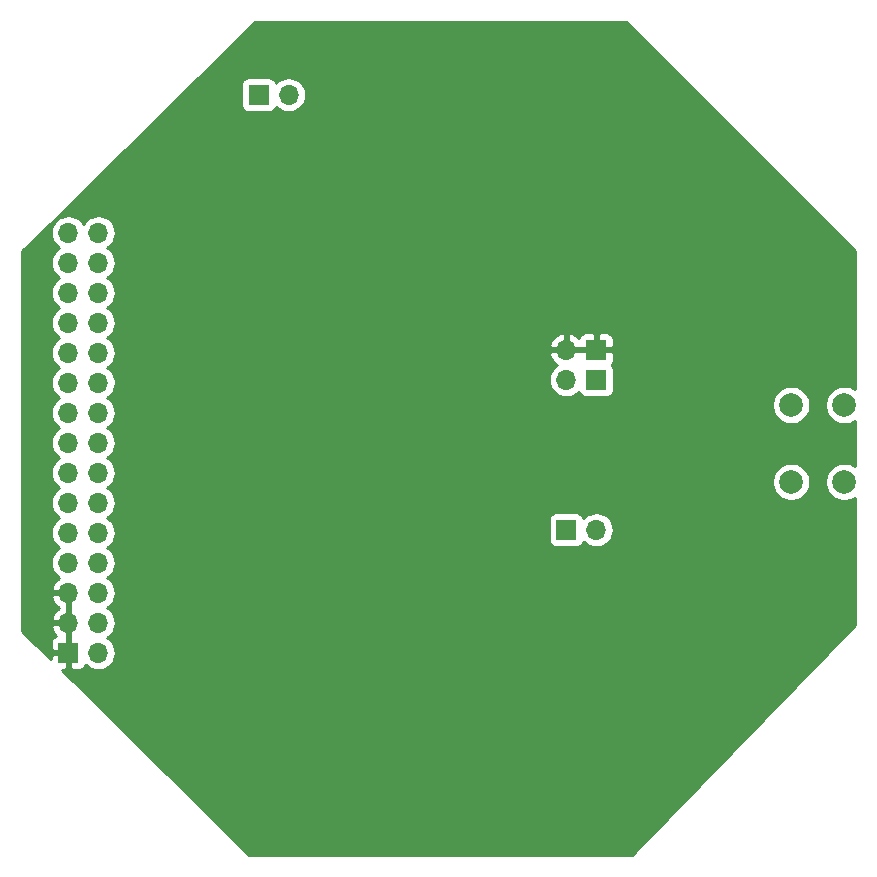
<source format=gbr>
G04 #@! TF.GenerationSoftware,KiCad,Pcbnew,(5.1.4)-1*
G04 #@! TF.CreationDate,2022-07-13T12:05:44+01:00*
G04 #@! TF.ProjectId,3Pi_M5Core2_Hat,3350695f-4d35-4436-9f72-65325f486174,rev?*
G04 #@! TF.SameCoordinates,Original*
G04 #@! TF.FileFunction,Copper,L2,Bot*
G04 #@! TF.FilePolarity,Positive*
%FSLAX46Y46*%
G04 Gerber Fmt 4.6, Leading zero omitted, Abs format (unit mm)*
G04 Created by KiCad (PCBNEW (5.1.4)-1) date 2022-07-13 12:05:44*
%MOMM*%
%LPD*%
G04 APERTURE LIST*
%ADD10R,1.700000X1.700000*%
%ADD11O,1.700000X1.700000*%
%ADD12C,2.000000*%
%ADD13C,0.800000*%
%ADD14C,0.254000*%
G04 APERTURE END LIST*
D10*
X132080000Y-89154000D03*
D11*
X129540000Y-89154000D03*
D10*
X132080000Y-86614000D03*
D11*
X129540000Y-86614000D03*
X132080000Y-101854000D03*
D10*
X129540000Y-101854000D03*
X103492000Y-65024000D03*
D11*
X106032000Y-65024000D03*
D12*
X153090000Y-97790000D03*
X148590000Y-97790000D03*
X153090000Y-91290000D03*
X148590000Y-91290000D03*
D10*
X87376000Y-112268000D03*
D11*
X89916000Y-112268000D03*
X87376000Y-109728000D03*
X89916000Y-109728000D03*
X87376000Y-107188000D03*
X89916000Y-107188000D03*
X87376000Y-104648000D03*
X89916000Y-104648000D03*
X87376000Y-102108000D03*
X89916000Y-102108000D03*
X87376000Y-99568000D03*
X89916000Y-99568000D03*
X87376000Y-97028000D03*
X89916000Y-97028000D03*
X87376000Y-94488000D03*
X89916000Y-94488000D03*
X87376000Y-91948000D03*
X89916000Y-91948000D03*
X87376000Y-89408000D03*
X89916000Y-89408000D03*
X87376000Y-86868000D03*
X89916000Y-86868000D03*
X87376000Y-84328000D03*
X89916000Y-84328000D03*
X87376000Y-81788000D03*
X89916000Y-81788000D03*
X87376000Y-79248000D03*
X89916000Y-79248000D03*
X87376000Y-76708000D03*
X89916000Y-76708000D03*
D13*
X94488000Y-87630000D03*
D14*
G36*
X153991000Y-78265879D02*
G01*
X153991000Y-89925632D01*
X153864463Y-89841082D01*
X153566912Y-89717832D01*
X153251033Y-89655000D01*
X152928967Y-89655000D01*
X152613088Y-89717832D01*
X152315537Y-89841082D01*
X152047748Y-90020013D01*
X151820013Y-90247748D01*
X151641082Y-90515537D01*
X151517832Y-90813088D01*
X151455000Y-91128967D01*
X151455000Y-91451033D01*
X151517832Y-91766912D01*
X151641082Y-92064463D01*
X151820013Y-92332252D01*
X152047748Y-92559987D01*
X152315537Y-92738918D01*
X152613088Y-92862168D01*
X152928967Y-92925000D01*
X153251033Y-92925000D01*
X153566912Y-92862168D01*
X153864463Y-92738918D01*
X153991000Y-92654368D01*
X153991001Y-96425632D01*
X153864463Y-96341082D01*
X153566912Y-96217832D01*
X153251033Y-96155000D01*
X152928967Y-96155000D01*
X152613088Y-96217832D01*
X152315537Y-96341082D01*
X152047748Y-96520013D01*
X151820013Y-96747748D01*
X151641082Y-97015537D01*
X151517832Y-97313088D01*
X151455000Y-97628967D01*
X151455000Y-97951033D01*
X151517832Y-98266912D01*
X151641082Y-98564463D01*
X151820013Y-98832252D01*
X152047748Y-99059987D01*
X152315537Y-99238918D01*
X152613088Y-99362168D01*
X152928967Y-99425000D01*
X153251033Y-99425000D01*
X153566912Y-99362168D01*
X153864463Y-99238918D01*
X153991001Y-99154368D01*
X153991001Y-109953393D01*
X135088821Y-129353000D01*
X102647221Y-129353000D01*
X86843319Y-113754344D01*
X87090250Y-113753000D01*
X87249000Y-113594250D01*
X87249000Y-112395000D01*
X86049750Y-112395000D01*
X85891000Y-112553750D01*
X85889589Y-112813000D01*
X84476234Y-111418000D01*
X85887928Y-111418000D01*
X85891000Y-111982250D01*
X86049750Y-112141000D01*
X87249000Y-112141000D01*
X87249000Y-109855000D01*
X86055845Y-109855000D01*
X85934524Y-110084890D01*
X85979175Y-110232099D01*
X86104359Y-110494920D01*
X86278412Y-110728269D01*
X86362466Y-110804034D01*
X86281820Y-110828498D01*
X86171506Y-110887463D01*
X86074815Y-110966815D01*
X85995463Y-111063506D01*
X85936498Y-111173820D01*
X85900188Y-111293518D01*
X85887928Y-111418000D01*
X84476234Y-111418000D01*
X83499000Y-110453458D01*
X83499000Y-107544890D01*
X85934524Y-107544890D01*
X85979175Y-107692099D01*
X86104359Y-107954920D01*
X86278412Y-108188269D01*
X86494645Y-108383178D01*
X86620255Y-108458000D01*
X86494645Y-108532822D01*
X86278412Y-108727731D01*
X86104359Y-108961080D01*
X85979175Y-109223901D01*
X85934524Y-109371110D01*
X86055845Y-109601000D01*
X87249000Y-109601000D01*
X87249000Y-107315000D01*
X86055845Y-107315000D01*
X85934524Y-107544890D01*
X83499000Y-107544890D01*
X83499000Y-78268474D01*
X85079480Y-76708000D01*
X85883815Y-76708000D01*
X85912487Y-76999111D01*
X85997401Y-77279034D01*
X86135294Y-77537014D01*
X86320866Y-77763134D01*
X86546986Y-77948706D01*
X86601791Y-77978000D01*
X86546986Y-78007294D01*
X86320866Y-78192866D01*
X86135294Y-78418986D01*
X85997401Y-78676966D01*
X85912487Y-78956889D01*
X85883815Y-79248000D01*
X85912487Y-79539111D01*
X85997401Y-79819034D01*
X86135294Y-80077014D01*
X86320866Y-80303134D01*
X86546986Y-80488706D01*
X86601791Y-80518000D01*
X86546986Y-80547294D01*
X86320866Y-80732866D01*
X86135294Y-80958986D01*
X85997401Y-81216966D01*
X85912487Y-81496889D01*
X85883815Y-81788000D01*
X85912487Y-82079111D01*
X85997401Y-82359034D01*
X86135294Y-82617014D01*
X86320866Y-82843134D01*
X86546986Y-83028706D01*
X86601791Y-83058000D01*
X86546986Y-83087294D01*
X86320866Y-83272866D01*
X86135294Y-83498986D01*
X85997401Y-83756966D01*
X85912487Y-84036889D01*
X85883815Y-84328000D01*
X85912487Y-84619111D01*
X85997401Y-84899034D01*
X86135294Y-85157014D01*
X86320866Y-85383134D01*
X86546986Y-85568706D01*
X86601791Y-85598000D01*
X86546986Y-85627294D01*
X86320866Y-85812866D01*
X86135294Y-86038986D01*
X85997401Y-86296966D01*
X85912487Y-86576889D01*
X85883815Y-86868000D01*
X85912487Y-87159111D01*
X85997401Y-87439034D01*
X86135294Y-87697014D01*
X86320866Y-87923134D01*
X86546986Y-88108706D01*
X86601791Y-88138000D01*
X86546986Y-88167294D01*
X86320866Y-88352866D01*
X86135294Y-88578986D01*
X85997401Y-88836966D01*
X85912487Y-89116889D01*
X85883815Y-89408000D01*
X85912487Y-89699111D01*
X85997401Y-89979034D01*
X86135294Y-90237014D01*
X86320866Y-90463134D01*
X86546986Y-90648706D01*
X86601791Y-90678000D01*
X86546986Y-90707294D01*
X86320866Y-90892866D01*
X86135294Y-91118986D01*
X85997401Y-91376966D01*
X85912487Y-91656889D01*
X85883815Y-91948000D01*
X85912487Y-92239111D01*
X85997401Y-92519034D01*
X86135294Y-92777014D01*
X86320866Y-93003134D01*
X86546986Y-93188706D01*
X86601791Y-93218000D01*
X86546986Y-93247294D01*
X86320866Y-93432866D01*
X86135294Y-93658986D01*
X85997401Y-93916966D01*
X85912487Y-94196889D01*
X85883815Y-94488000D01*
X85912487Y-94779111D01*
X85997401Y-95059034D01*
X86135294Y-95317014D01*
X86320866Y-95543134D01*
X86546986Y-95728706D01*
X86601791Y-95758000D01*
X86546986Y-95787294D01*
X86320866Y-95972866D01*
X86135294Y-96198986D01*
X85997401Y-96456966D01*
X85912487Y-96736889D01*
X85883815Y-97028000D01*
X85912487Y-97319111D01*
X85997401Y-97599034D01*
X86135294Y-97857014D01*
X86320866Y-98083134D01*
X86546986Y-98268706D01*
X86601791Y-98298000D01*
X86546986Y-98327294D01*
X86320866Y-98512866D01*
X86135294Y-98738986D01*
X85997401Y-98996966D01*
X85912487Y-99276889D01*
X85883815Y-99568000D01*
X85912487Y-99859111D01*
X85997401Y-100139034D01*
X86135294Y-100397014D01*
X86320866Y-100623134D01*
X86546986Y-100808706D01*
X86601791Y-100838000D01*
X86546986Y-100867294D01*
X86320866Y-101052866D01*
X86135294Y-101278986D01*
X85997401Y-101536966D01*
X85912487Y-101816889D01*
X85883815Y-102108000D01*
X85912487Y-102399111D01*
X85997401Y-102679034D01*
X86135294Y-102937014D01*
X86320866Y-103163134D01*
X86546986Y-103348706D01*
X86601791Y-103378000D01*
X86546986Y-103407294D01*
X86320866Y-103592866D01*
X86135294Y-103818986D01*
X85997401Y-104076966D01*
X85912487Y-104356889D01*
X85883815Y-104648000D01*
X85912487Y-104939111D01*
X85997401Y-105219034D01*
X86135294Y-105477014D01*
X86320866Y-105703134D01*
X86546986Y-105888706D01*
X86611523Y-105923201D01*
X86494645Y-105992822D01*
X86278412Y-106187731D01*
X86104359Y-106421080D01*
X85979175Y-106683901D01*
X85934524Y-106831110D01*
X86055845Y-107061000D01*
X87249000Y-107061000D01*
X87249000Y-107041000D01*
X87503000Y-107041000D01*
X87503000Y-107061000D01*
X87523000Y-107061000D01*
X87523000Y-107315000D01*
X87503000Y-107315000D01*
X87503000Y-109601000D01*
X87523000Y-109601000D01*
X87523000Y-109855000D01*
X87503000Y-109855000D01*
X87503000Y-112141000D01*
X87523000Y-112141000D01*
X87523000Y-112395000D01*
X87503000Y-112395000D01*
X87503000Y-113594250D01*
X87661750Y-113753000D01*
X88226000Y-113756072D01*
X88350482Y-113743812D01*
X88470180Y-113707502D01*
X88580494Y-113648537D01*
X88677185Y-113569185D01*
X88756537Y-113472494D01*
X88815502Y-113362180D01*
X88836393Y-113293313D01*
X88860866Y-113323134D01*
X89086986Y-113508706D01*
X89344966Y-113646599D01*
X89624889Y-113731513D01*
X89843050Y-113753000D01*
X89988950Y-113753000D01*
X90207111Y-113731513D01*
X90487034Y-113646599D01*
X90745014Y-113508706D01*
X90971134Y-113323134D01*
X91156706Y-113097014D01*
X91294599Y-112839034D01*
X91379513Y-112559111D01*
X91408185Y-112268000D01*
X91379513Y-111976889D01*
X91294599Y-111696966D01*
X91156706Y-111438986D01*
X90971134Y-111212866D01*
X90745014Y-111027294D01*
X90690209Y-110998000D01*
X90745014Y-110968706D01*
X90971134Y-110783134D01*
X91156706Y-110557014D01*
X91294599Y-110299034D01*
X91379513Y-110019111D01*
X91408185Y-109728000D01*
X91379513Y-109436889D01*
X91294599Y-109156966D01*
X91156706Y-108898986D01*
X90971134Y-108672866D01*
X90745014Y-108487294D01*
X90690209Y-108458000D01*
X90745014Y-108428706D01*
X90971134Y-108243134D01*
X91156706Y-108017014D01*
X91294599Y-107759034D01*
X91379513Y-107479111D01*
X91408185Y-107188000D01*
X91379513Y-106896889D01*
X91294599Y-106616966D01*
X91156706Y-106358986D01*
X90971134Y-106132866D01*
X90745014Y-105947294D01*
X90690209Y-105918000D01*
X90745014Y-105888706D01*
X90971134Y-105703134D01*
X91156706Y-105477014D01*
X91294599Y-105219034D01*
X91379513Y-104939111D01*
X91408185Y-104648000D01*
X91379513Y-104356889D01*
X91294599Y-104076966D01*
X91156706Y-103818986D01*
X90971134Y-103592866D01*
X90745014Y-103407294D01*
X90690209Y-103378000D01*
X90745014Y-103348706D01*
X90971134Y-103163134D01*
X91156706Y-102937014D01*
X91294599Y-102679034D01*
X91379513Y-102399111D01*
X91408185Y-102108000D01*
X91379513Y-101816889D01*
X91294599Y-101536966D01*
X91156706Y-101278986D01*
X90971134Y-101052866D01*
X90911591Y-101004000D01*
X128051928Y-101004000D01*
X128051928Y-102704000D01*
X128064188Y-102828482D01*
X128100498Y-102948180D01*
X128159463Y-103058494D01*
X128238815Y-103155185D01*
X128335506Y-103234537D01*
X128445820Y-103293502D01*
X128565518Y-103329812D01*
X128690000Y-103342072D01*
X130390000Y-103342072D01*
X130514482Y-103329812D01*
X130634180Y-103293502D01*
X130744494Y-103234537D01*
X130841185Y-103155185D01*
X130920537Y-103058494D01*
X130979502Y-102948180D01*
X131000393Y-102879313D01*
X131024866Y-102909134D01*
X131250986Y-103094706D01*
X131508966Y-103232599D01*
X131788889Y-103317513D01*
X132007050Y-103339000D01*
X132152950Y-103339000D01*
X132371111Y-103317513D01*
X132651034Y-103232599D01*
X132909014Y-103094706D01*
X133135134Y-102909134D01*
X133320706Y-102683014D01*
X133458599Y-102425034D01*
X133543513Y-102145111D01*
X133572185Y-101854000D01*
X133543513Y-101562889D01*
X133458599Y-101282966D01*
X133320706Y-101024986D01*
X133135134Y-100798866D01*
X132909014Y-100613294D01*
X132651034Y-100475401D01*
X132371111Y-100390487D01*
X132152950Y-100369000D01*
X132007050Y-100369000D01*
X131788889Y-100390487D01*
X131508966Y-100475401D01*
X131250986Y-100613294D01*
X131024866Y-100798866D01*
X131000393Y-100828687D01*
X130979502Y-100759820D01*
X130920537Y-100649506D01*
X130841185Y-100552815D01*
X130744494Y-100473463D01*
X130634180Y-100414498D01*
X130514482Y-100378188D01*
X130390000Y-100365928D01*
X128690000Y-100365928D01*
X128565518Y-100378188D01*
X128445820Y-100414498D01*
X128335506Y-100473463D01*
X128238815Y-100552815D01*
X128159463Y-100649506D01*
X128100498Y-100759820D01*
X128064188Y-100879518D01*
X128051928Y-101004000D01*
X90911591Y-101004000D01*
X90745014Y-100867294D01*
X90690209Y-100838000D01*
X90745014Y-100808706D01*
X90971134Y-100623134D01*
X91156706Y-100397014D01*
X91294599Y-100139034D01*
X91379513Y-99859111D01*
X91408185Y-99568000D01*
X91379513Y-99276889D01*
X91294599Y-98996966D01*
X91156706Y-98738986D01*
X90971134Y-98512866D01*
X90745014Y-98327294D01*
X90690209Y-98298000D01*
X90745014Y-98268706D01*
X90971134Y-98083134D01*
X91156706Y-97857014D01*
X91278599Y-97628967D01*
X146955000Y-97628967D01*
X146955000Y-97951033D01*
X147017832Y-98266912D01*
X147141082Y-98564463D01*
X147320013Y-98832252D01*
X147547748Y-99059987D01*
X147815537Y-99238918D01*
X148113088Y-99362168D01*
X148428967Y-99425000D01*
X148751033Y-99425000D01*
X149066912Y-99362168D01*
X149364463Y-99238918D01*
X149632252Y-99059987D01*
X149859987Y-98832252D01*
X150038918Y-98564463D01*
X150162168Y-98266912D01*
X150225000Y-97951033D01*
X150225000Y-97628967D01*
X150162168Y-97313088D01*
X150038918Y-97015537D01*
X149859987Y-96747748D01*
X149632252Y-96520013D01*
X149364463Y-96341082D01*
X149066912Y-96217832D01*
X148751033Y-96155000D01*
X148428967Y-96155000D01*
X148113088Y-96217832D01*
X147815537Y-96341082D01*
X147547748Y-96520013D01*
X147320013Y-96747748D01*
X147141082Y-97015537D01*
X147017832Y-97313088D01*
X146955000Y-97628967D01*
X91278599Y-97628967D01*
X91294599Y-97599034D01*
X91379513Y-97319111D01*
X91408185Y-97028000D01*
X91379513Y-96736889D01*
X91294599Y-96456966D01*
X91156706Y-96198986D01*
X90971134Y-95972866D01*
X90745014Y-95787294D01*
X90690209Y-95758000D01*
X90745014Y-95728706D01*
X90971134Y-95543134D01*
X91156706Y-95317014D01*
X91294599Y-95059034D01*
X91379513Y-94779111D01*
X91408185Y-94488000D01*
X91379513Y-94196889D01*
X91294599Y-93916966D01*
X91156706Y-93658986D01*
X90971134Y-93432866D01*
X90745014Y-93247294D01*
X90690209Y-93218000D01*
X90745014Y-93188706D01*
X90971134Y-93003134D01*
X91156706Y-92777014D01*
X91294599Y-92519034D01*
X91379513Y-92239111D01*
X91408185Y-91948000D01*
X91379513Y-91656889D01*
X91294599Y-91376966D01*
X91162041Y-91128967D01*
X146955000Y-91128967D01*
X146955000Y-91451033D01*
X147017832Y-91766912D01*
X147141082Y-92064463D01*
X147320013Y-92332252D01*
X147547748Y-92559987D01*
X147815537Y-92738918D01*
X148113088Y-92862168D01*
X148428967Y-92925000D01*
X148751033Y-92925000D01*
X149066912Y-92862168D01*
X149364463Y-92738918D01*
X149632252Y-92559987D01*
X149859987Y-92332252D01*
X150038918Y-92064463D01*
X150162168Y-91766912D01*
X150225000Y-91451033D01*
X150225000Y-91128967D01*
X150162168Y-90813088D01*
X150038918Y-90515537D01*
X149859987Y-90247748D01*
X149632252Y-90020013D01*
X149364463Y-89841082D01*
X149066912Y-89717832D01*
X148751033Y-89655000D01*
X148428967Y-89655000D01*
X148113088Y-89717832D01*
X147815537Y-89841082D01*
X147547748Y-90020013D01*
X147320013Y-90247748D01*
X147141082Y-90515537D01*
X147017832Y-90813088D01*
X146955000Y-91128967D01*
X91162041Y-91128967D01*
X91156706Y-91118986D01*
X90971134Y-90892866D01*
X90745014Y-90707294D01*
X90690209Y-90678000D01*
X90745014Y-90648706D01*
X90971134Y-90463134D01*
X91156706Y-90237014D01*
X91294599Y-89979034D01*
X91379513Y-89699111D01*
X91408185Y-89408000D01*
X91383169Y-89154000D01*
X128047815Y-89154000D01*
X128076487Y-89445111D01*
X128161401Y-89725034D01*
X128299294Y-89983014D01*
X128484866Y-90209134D01*
X128710986Y-90394706D01*
X128968966Y-90532599D01*
X129248889Y-90617513D01*
X129467050Y-90639000D01*
X129612950Y-90639000D01*
X129831111Y-90617513D01*
X130111034Y-90532599D01*
X130369014Y-90394706D01*
X130595134Y-90209134D01*
X130619607Y-90179313D01*
X130640498Y-90248180D01*
X130699463Y-90358494D01*
X130778815Y-90455185D01*
X130875506Y-90534537D01*
X130985820Y-90593502D01*
X131105518Y-90629812D01*
X131230000Y-90642072D01*
X132930000Y-90642072D01*
X133054482Y-90629812D01*
X133174180Y-90593502D01*
X133284494Y-90534537D01*
X133381185Y-90455185D01*
X133460537Y-90358494D01*
X133519502Y-90248180D01*
X133555812Y-90128482D01*
X133568072Y-90004000D01*
X133568072Y-88304000D01*
X133555812Y-88179518D01*
X133519502Y-88059820D01*
X133460537Y-87949506D01*
X133406778Y-87884000D01*
X133460537Y-87818494D01*
X133519502Y-87708180D01*
X133555812Y-87588482D01*
X133568072Y-87464000D01*
X133565000Y-86899750D01*
X133406250Y-86741000D01*
X132207000Y-86741000D01*
X132207000Y-86761000D01*
X131953000Y-86761000D01*
X131953000Y-86741000D01*
X129667000Y-86741000D01*
X129667000Y-86761000D01*
X129413000Y-86761000D01*
X129413000Y-86741000D01*
X128219186Y-86741000D01*
X128098519Y-86970891D01*
X128195843Y-87245252D01*
X128344822Y-87495355D01*
X128539731Y-87711588D01*
X128768756Y-87882416D01*
X128710986Y-87913294D01*
X128484866Y-88098866D01*
X128299294Y-88324986D01*
X128161401Y-88582966D01*
X128076487Y-88862889D01*
X128047815Y-89154000D01*
X91383169Y-89154000D01*
X91379513Y-89116889D01*
X91294599Y-88836966D01*
X91156706Y-88578986D01*
X90971134Y-88352866D01*
X90745014Y-88167294D01*
X90690209Y-88138000D01*
X90745014Y-88108706D01*
X90971134Y-87923134D01*
X91156706Y-87697014D01*
X91294599Y-87439034D01*
X91379513Y-87159111D01*
X91408185Y-86868000D01*
X91379513Y-86576889D01*
X91294599Y-86296966D01*
X91273296Y-86257109D01*
X128098519Y-86257109D01*
X128219186Y-86487000D01*
X129413000Y-86487000D01*
X129413000Y-85293845D01*
X129667000Y-85293845D01*
X129667000Y-86487000D01*
X131953000Y-86487000D01*
X131953000Y-85287750D01*
X132207000Y-85287750D01*
X132207000Y-86487000D01*
X133406250Y-86487000D01*
X133565000Y-86328250D01*
X133568072Y-85764000D01*
X133555812Y-85639518D01*
X133519502Y-85519820D01*
X133460537Y-85409506D01*
X133381185Y-85312815D01*
X133284494Y-85233463D01*
X133174180Y-85174498D01*
X133054482Y-85138188D01*
X132930000Y-85125928D01*
X132365750Y-85129000D01*
X132207000Y-85287750D01*
X131953000Y-85287750D01*
X131794250Y-85129000D01*
X131230000Y-85125928D01*
X131105518Y-85138188D01*
X130985820Y-85174498D01*
X130875506Y-85233463D01*
X130778815Y-85312815D01*
X130699463Y-85409506D01*
X130640498Y-85519820D01*
X130616034Y-85600466D01*
X130540269Y-85516412D01*
X130306920Y-85342359D01*
X130044099Y-85217175D01*
X129896890Y-85172524D01*
X129667000Y-85293845D01*
X129413000Y-85293845D01*
X129183110Y-85172524D01*
X129035901Y-85217175D01*
X128773080Y-85342359D01*
X128539731Y-85516412D01*
X128344822Y-85732645D01*
X128195843Y-85982748D01*
X128098519Y-86257109D01*
X91273296Y-86257109D01*
X91156706Y-86038986D01*
X90971134Y-85812866D01*
X90745014Y-85627294D01*
X90690209Y-85598000D01*
X90745014Y-85568706D01*
X90971134Y-85383134D01*
X91156706Y-85157014D01*
X91294599Y-84899034D01*
X91379513Y-84619111D01*
X91408185Y-84328000D01*
X91379513Y-84036889D01*
X91294599Y-83756966D01*
X91156706Y-83498986D01*
X90971134Y-83272866D01*
X90745014Y-83087294D01*
X90690209Y-83058000D01*
X90745014Y-83028706D01*
X90971134Y-82843134D01*
X91156706Y-82617014D01*
X91294599Y-82359034D01*
X91379513Y-82079111D01*
X91408185Y-81788000D01*
X91379513Y-81496889D01*
X91294599Y-81216966D01*
X91156706Y-80958986D01*
X90971134Y-80732866D01*
X90745014Y-80547294D01*
X90690209Y-80518000D01*
X90745014Y-80488706D01*
X90971134Y-80303134D01*
X91156706Y-80077014D01*
X91294599Y-79819034D01*
X91379513Y-79539111D01*
X91408185Y-79248000D01*
X91379513Y-78956889D01*
X91294599Y-78676966D01*
X91156706Y-78418986D01*
X90971134Y-78192866D01*
X90745014Y-78007294D01*
X90690209Y-77978000D01*
X90745014Y-77948706D01*
X90971134Y-77763134D01*
X91156706Y-77537014D01*
X91294599Y-77279034D01*
X91379513Y-76999111D01*
X91408185Y-76708000D01*
X91379513Y-76416889D01*
X91294599Y-76136966D01*
X91156706Y-75878986D01*
X90971134Y-75652866D01*
X90745014Y-75467294D01*
X90487034Y-75329401D01*
X90207111Y-75244487D01*
X89988950Y-75223000D01*
X89843050Y-75223000D01*
X89624889Y-75244487D01*
X89344966Y-75329401D01*
X89086986Y-75467294D01*
X88860866Y-75652866D01*
X88675294Y-75878986D01*
X88646000Y-75933791D01*
X88616706Y-75878986D01*
X88431134Y-75652866D01*
X88205014Y-75467294D01*
X87947034Y-75329401D01*
X87667111Y-75244487D01*
X87448950Y-75223000D01*
X87303050Y-75223000D01*
X87084889Y-75244487D01*
X86804966Y-75329401D01*
X86546986Y-75467294D01*
X86320866Y-75652866D01*
X86135294Y-75878986D01*
X85997401Y-76136966D01*
X85912487Y-76416889D01*
X85883815Y-76708000D01*
X85079480Y-76708000D01*
X97774173Y-64174000D01*
X102003928Y-64174000D01*
X102003928Y-65874000D01*
X102016188Y-65998482D01*
X102052498Y-66118180D01*
X102111463Y-66228494D01*
X102190815Y-66325185D01*
X102287506Y-66404537D01*
X102397820Y-66463502D01*
X102517518Y-66499812D01*
X102642000Y-66512072D01*
X104342000Y-66512072D01*
X104466482Y-66499812D01*
X104586180Y-66463502D01*
X104696494Y-66404537D01*
X104793185Y-66325185D01*
X104872537Y-66228494D01*
X104931502Y-66118180D01*
X104952393Y-66049313D01*
X104976866Y-66079134D01*
X105202986Y-66264706D01*
X105460966Y-66402599D01*
X105740889Y-66487513D01*
X105959050Y-66509000D01*
X106104950Y-66509000D01*
X106323111Y-66487513D01*
X106603034Y-66402599D01*
X106861014Y-66264706D01*
X107087134Y-66079134D01*
X107272706Y-65853014D01*
X107410599Y-65595034D01*
X107495513Y-65315111D01*
X107524185Y-65024000D01*
X107495513Y-64732889D01*
X107410599Y-64452966D01*
X107272706Y-64194986D01*
X107087134Y-63968866D01*
X106861014Y-63783294D01*
X106603034Y-63645401D01*
X106323111Y-63560487D01*
X106104950Y-63539000D01*
X105959050Y-63539000D01*
X105740889Y-63560487D01*
X105460966Y-63645401D01*
X105202986Y-63783294D01*
X104976866Y-63968866D01*
X104952393Y-63998687D01*
X104931502Y-63929820D01*
X104872537Y-63819506D01*
X104793185Y-63722815D01*
X104696494Y-63643463D01*
X104586180Y-63584498D01*
X104466482Y-63548188D01*
X104342000Y-63535928D01*
X102642000Y-63535928D01*
X102517518Y-63548188D01*
X102397820Y-63584498D01*
X102287506Y-63643463D01*
X102190815Y-63722815D01*
X102111463Y-63819506D01*
X102052498Y-63929820D01*
X102016188Y-64049518D01*
X102003928Y-64174000D01*
X97774173Y-64174000D01*
X103155289Y-58861000D01*
X134586122Y-58861000D01*
X153991000Y-78265879D01*
X153991000Y-78265879D01*
G37*
X153991000Y-78265879D02*
X153991000Y-89925632D01*
X153864463Y-89841082D01*
X153566912Y-89717832D01*
X153251033Y-89655000D01*
X152928967Y-89655000D01*
X152613088Y-89717832D01*
X152315537Y-89841082D01*
X152047748Y-90020013D01*
X151820013Y-90247748D01*
X151641082Y-90515537D01*
X151517832Y-90813088D01*
X151455000Y-91128967D01*
X151455000Y-91451033D01*
X151517832Y-91766912D01*
X151641082Y-92064463D01*
X151820013Y-92332252D01*
X152047748Y-92559987D01*
X152315537Y-92738918D01*
X152613088Y-92862168D01*
X152928967Y-92925000D01*
X153251033Y-92925000D01*
X153566912Y-92862168D01*
X153864463Y-92738918D01*
X153991000Y-92654368D01*
X153991001Y-96425632D01*
X153864463Y-96341082D01*
X153566912Y-96217832D01*
X153251033Y-96155000D01*
X152928967Y-96155000D01*
X152613088Y-96217832D01*
X152315537Y-96341082D01*
X152047748Y-96520013D01*
X151820013Y-96747748D01*
X151641082Y-97015537D01*
X151517832Y-97313088D01*
X151455000Y-97628967D01*
X151455000Y-97951033D01*
X151517832Y-98266912D01*
X151641082Y-98564463D01*
X151820013Y-98832252D01*
X152047748Y-99059987D01*
X152315537Y-99238918D01*
X152613088Y-99362168D01*
X152928967Y-99425000D01*
X153251033Y-99425000D01*
X153566912Y-99362168D01*
X153864463Y-99238918D01*
X153991001Y-99154368D01*
X153991001Y-109953393D01*
X135088821Y-129353000D01*
X102647221Y-129353000D01*
X86843319Y-113754344D01*
X87090250Y-113753000D01*
X87249000Y-113594250D01*
X87249000Y-112395000D01*
X86049750Y-112395000D01*
X85891000Y-112553750D01*
X85889589Y-112813000D01*
X84476234Y-111418000D01*
X85887928Y-111418000D01*
X85891000Y-111982250D01*
X86049750Y-112141000D01*
X87249000Y-112141000D01*
X87249000Y-109855000D01*
X86055845Y-109855000D01*
X85934524Y-110084890D01*
X85979175Y-110232099D01*
X86104359Y-110494920D01*
X86278412Y-110728269D01*
X86362466Y-110804034D01*
X86281820Y-110828498D01*
X86171506Y-110887463D01*
X86074815Y-110966815D01*
X85995463Y-111063506D01*
X85936498Y-111173820D01*
X85900188Y-111293518D01*
X85887928Y-111418000D01*
X84476234Y-111418000D01*
X83499000Y-110453458D01*
X83499000Y-107544890D01*
X85934524Y-107544890D01*
X85979175Y-107692099D01*
X86104359Y-107954920D01*
X86278412Y-108188269D01*
X86494645Y-108383178D01*
X86620255Y-108458000D01*
X86494645Y-108532822D01*
X86278412Y-108727731D01*
X86104359Y-108961080D01*
X85979175Y-109223901D01*
X85934524Y-109371110D01*
X86055845Y-109601000D01*
X87249000Y-109601000D01*
X87249000Y-107315000D01*
X86055845Y-107315000D01*
X85934524Y-107544890D01*
X83499000Y-107544890D01*
X83499000Y-78268474D01*
X85079480Y-76708000D01*
X85883815Y-76708000D01*
X85912487Y-76999111D01*
X85997401Y-77279034D01*
X86135294Y-77537014D01*
X86320866Y-77763134D01*
X86546986Y-77948706D01*
X86601791Y-77978000D01*
X86546986Y-78007294D01*
X86320866Y-78192866D01*
X86135294Y-78418986D01*
X85997401Y-78676966D01*
X85912487Y-78956889D01*
X85883815Y-79248000D01*
X85912487Y-79539111D01*
X85997401Y-79819034D01*
X86135294Y-80077014D01*
X86320866Y-80303134D01*
X86546986Y-80488706D01*
X86601791Y-80518000D01*
X86546986Y-80547294D01*
X86320866Y-80732866D01*
X86135294Y-80958986D01*
X85997401Y-81216966D01*
X85912487Y-81496889D01*
X85883815Y-81788000D01*
X85912487Y-82079111D01*
X85997401Y-82359034D01*
X86135294Y-82617014D01*
X86320866Y-82843134D01*
X86546986Y-83028706D01*
X86601791Y-83058000D01*
X86546986Y-83087294D01*
X86320866Y-83272866D01*
X86135294Y-83498986D01*
X85997401Y-83756966D01*
X85912487Y-84036889D01*
X85883815Y-84328000D01*
X85912487Y-84619111D01*
X85997401Y-84899034D01*
X86135294Y-85157014D01*
X86320866Y-85383134D01*
X86546986Y-85568706D01*
X86601791Y-85598000D01*
X86546986Y-85627294D01*
X86320866Y-85812866D01*
X86135294Y-86038986D01*
X85997401Y-86296966D01*
X85912487Y-86576889D01*
X85883815Y-86868000D01*
X85912487Y-87159111D01*
X85997401Y-87439034D01*
X86135294Y-87697014D01*
X86320866Y-87923134D01*
X86546986Y-88108706D01*
X86601791Y-88138000D01*
X86546986Y-88167294D01*
X86320866Y-88352866D01*
X86135294Y-88578986D01*
X85997401Y-88836966D01*
X85912487Y-89116889D01*
X85883815Y-89408000D01*
X85912487Y-89699111D01*
X85997401Y-89979034D01*
X86135294Y-90237014D01*
X86320866Y-90463134D01*
X86546986Y-90648706D01*
X86601791Y-90678000D01*
X86546986Y-90707294D01*
X86320866Y-90892866D01*
X86135294Y-91118986D01*
X85997401Y-91376966D01*
X85912487Y-91656889D01*
X85883815Y-91948000D01*
X85912487Y-92239111D01*
X85997401Y-92519034D01*
X86135294Y-92777014D01*
X86320866Y-93003134D01*
X86546986Y-93188706D01*
X86601791Y-93218000D01*
X86546986Y-93247294D01*
X86320866Y-93432866D01*
X86135294Y-93658986D01*
X85997401Y-93916966D01*
X85912487Y-94196889D01*
X85883815Y-94488000D01*
X85912487Y-94779111D01*
X85997401Y-95059034D01*
X86135294Y-95317014D01*
X86320866Y-95543134D01*
X86546986Y-95728706D01*
X86601791Y-95758000D01*
X86546986Y-95787294D01*
X86320866Y-95972866D01*
X86135294Y-96198986D01*
X85997401Y-96456966D01*
X85912487Y-96736889D01*
X85883815Y-97028000D01*
X85912487Y-97319111D01*
X85997401Y-97599034D01*
X86135294Y-97857014D01*
X86320866Y-98083134D01*
X86546986Y-98268706D01*
X86601791Y-98298000D01*
X86546986Y-98327294D01*
X86320866Y-98512866D01*
X86135294Y-98738986D01*
X85997401Y-98996966D01*
X85912487Y-99276889D01*
X85883815Y-99568000D01*
X85912487Y-99859111D01*
X85997401Y-100139034D01*
X86135294Y-100397014D01*
X86320866Y-100623134D01*
X86546986Y-100808706D01*
X86601791Y-100838000D01*
X86546986Y-100867294D01*
X86320866Y-101052866D01*
X86135294Y-101278986D01*
X85997401Y-101536966D01*
X85912487Y-101816889D01*
X85883815Y-102108000D01*
X85912487Y-102399111D01*
X85997401Y-102679034D01*
X86135294Y-102937014D01*
X86320866Y-103163134D01*
X86546986Y-103348706D01*
X86601791Y-103378000D01*
X86546986Y-103407294D01*
X86320866Y-103592866D01*
X86135294Y-103818986D01*
X85997401Y-104076966D01*
X85912487Y-104356889D01*
X85883815Y-104648000D01*
X85912487Y-104939111D01*
X85997401Y-105219034D01*
X86135294Y-105477014D01*
X86320866Y-105703134D01*
X86546986Y-105888706D01*
X86611523Y-105923201D01*
X86494645Y-105992822D01*
X86278412Y-106187731D01*
X86104359Y-106421080D01*
X85979175Y-106683901D01*
X85934524Y-106831110D01*
X86055845Y-107061000D01*
X87249000Y-107061000D01*
X87249000Y-107041000D01*
X87503000Y-107041000D01*
X87503000Y-107061000D01*
X87523000Y-107061000D01*
X87523000Y-107315000D01*
X87503000Y-107315000D01*
X87503000Y-109601000D01*
X87523000Y-109601000D01*
X87523000Y-109855000D01*
X87503000Y-109855000D01*
X87503000Y-112141000D01*
X87523000Y-112141000D01*
X87523000Y-112395000D01*
X87503000Y-112395000D01*
X87503000Y-113594250D01*
X87661750Y-113753000D01*
X88226000Y-113756072D01*
X88350482Y-113743812D01*
X88470180Y-113707502D01*
X88580494Y-113648537D01*
X88677185Y-113569185D01*
X88756537Y-113472494D01*
X88815502Y-113362180D01*
X88836393Y-113293313D01*
X88860866Y-113323134D01*
X89086986Y-113508706D01*
X89344966Y-113646599D01*
X89624889Y-113731513D01*
X89843050Y-113753000D01*
X89988950Y-113753000D01*
X90207111Y-113731513D01*
X90487034Y-113646599D01*
X90745014Y-113508706D01*
X90971134Y-113323134D01*
X91156706Y-113097014D01*
X91294599Y-112839034D01*
X91379513Y-112559111D01*
X91408185Y-112268000D01*
X91379513Y-111976889D01*
X91294599Y-111696966D01*
X91156706Y-111438986D01*
X90971134Y-111212866D01*
X90745014Y-111027294D01*
X90690209Y-110998000D01*
X90745014Y-110968706D01*
X90971134Y-110783134D01*
X91156706Y-110557014D01*
X91294599Y-110299034D01*
X91379513Y-110019111D01*
X91408185Y-109728000D01*
X91379513Y-109436889D01*
X91294599Y-109156966D01*
X91156706Y-108898986D01*
X90971134Y-108672866D01*
X90745014Y-108487294D01*
X90690209Y-108458000D01*
X90745014Y-108428706D01*
X90971134Y-108243134D01*
X91156706Y-108017014D01*
X91294599Y-107759034D01*
X91379513Y-107479111D01*
X91408185Y-107188000D01*
X91379513Y-106896889D01*
X91294599Y-106616966D01*
X91156706Y-106358986D01*
X90971134Y-106132866D01*
X90745014Y-105947294D01*
X90690209Y-105918000D01*
X90745014Y-105888706D01*
X90971134Y-105703134D01*
X91156706Y-105477014D01*
X91294599Y-105219034D01*
X91379513Y-104939111D01*
X91408185Y-104648000D01*
X91379513Y-104356889D01*
X91294599Y-104076966D01*
X91156706Y-103818986D01*
X90971134Y-103592866D01*
X90745014Y-103407294D01*
X90690209Y-103378000D01*
X90745014Y-103348706D01*
X90971134Y-103163134D01*
X91156706Y-102937014D01*
X91294599Y-102679034D01*
X91379513Y-102399111D01*
X91408185Y-102108000D01*
X91379513Y-101816889D01*
X91294599Y-101536966D01*
X91156706Y-101278986D01*
X90971134Y-101052866D01*
X90911591Y-101004000D01*
X128051928Y-101004000D01*
X128051928Y-102704000D01*
X128064188Y-102828482D01*
X128100498Y-102948180D01*
X128159463Y-103058494D01*
X128238815Y-103155185D01*
X128335506Y-103234537D01*
X128445820Y-103293502D01*
X128565518Y-103329812D01*
X128690000Y-103342072D01*
X130390000Y-103342072D01*
X130514482Y-103329812D01*
X130634180Y-103293502D01*
X130744494Y-103234537D01*
X130841185Y-103155185D01*
X130920537Y-103058494D01*
X130979502Y-102948180D01*
X131000393Y-102879313D01*
X131024866Y-102909134D01*
X131250986Y-103094706D01*
X131508966Y-103232599D01*
X131788889Y-103317513D01*
X132007050Y-103339000D01*
X132152950Y-103339000D01*
X132371111Y-103317513D01*
X132651034Y-103232599D01*
X132909014Y-103094706D01*
X133135134Y-102909134D01*
X133320706Y-102683014D01*
X133458599Y-102425034D01*
X133543513Y-102145111D01*
X133572185Y-101854000D01*
X133543513Y-101562889D01*
X133458599Y-101282966D01*
X133320706Y-101024986D01*
X133135134Y-100798866D01*
X132909014Y-100613294D01*
X132651034Y-100475401D01*
X132371111Y-100390487D01*
X132152950Y-100369000D01*
X132007050Y-100369000D01*
X131788889Y-100390487D01*
X131508966Y-100475401D01*
X131250986Y-100613294D01*
X131024866Y-100798866D01*
X131000393Y-100828687D01*
X130979502Y-100759820D01*
X130920537Y-100649506D01*
X130841185Y-100552815D01*
X130744494Y-100473463D01*
X130634180Y-100414498D01*
X130514482Y-100378188D01*
X130390000Y-100365928D01*
X128690000Y-100365928D01*
X128565518Y-100378188D01*
X128445820Y-100414498D01*
X128335506Y-100473463D01*
X128238815Y-100552815D01*
X128159463Y-100649506D01*
X128100498Y-100759820D01*
X128064188Y-100879518D01*
X128051928Y-101004000D01*
X90911591Y-101004000D01*
X90745014Y-100867294D01*
X90690209Y-100838000D01*
X90745014Y-100808706D01*
X90971134Y-100623134D01*
X91156706Y-100397014D01*
X91294599Y-100139034D01*
X91379513Y-99859111D01*
X91408185Y-99568000D01*
X91379513Y-99276889D01*
X91294599Y-98996966D01*
X91156706Y-98738986D01*
X90971134Y-98512866D01*
X90745014Y-98327294D01*
X90690209Y-98298000D01*
X90745014Y-98268706D01*
X90971134Y-98083134D01*
X91156706Y-97857014D01*
X91278599Y-97628967D01*
X146955000Y-97628967D01*
X146955000Y-97951033D01*
X147017832Y-98266912D01*
X147141082Y-98564463D01*
X147320013Y-98832252D01*
X147547748Y-99059987D01*
X147815537Y-99238918D01*
X148113088Y-99362168D01*
X148428967Y-99425000D01*
X148751033Y-99425000D01*
X149066912Y-99362168D01*
X149364463Y-99238918D01*
X149632252Y-99059987D01*
X149859987Y-98832252D01*
X150038918Y-98564463D01*
X150162168Y-98266912D01*
X150225000Y-97951033D01*
X150225000Y-97628967D01*
X150162168Y-97313088D01*
X150038918Y-97015537D01*
X149859987Y-96747748D01*
X149632252Y-96520013D01*
X149364463Y-96341082D01*
X149066912Y-96217832D01*
X148751033Y-96155000D01*
X148428967Y-96155000D01*
X148113088Y-96217832D01*
X147815537Y-96341082D01*
X147547748Y-96520013D01*
X147320013Y-96747748D01*
X147141082Y-97015537D01*
X147017832Y-97313088D01*
X146955000Y-97628967D01*
X91278599Y-97628967D01*
X91294599Y-97599034D01*
X91379513Y-97319111D01*
X91408185Y-97028000D01*
X91379513Y-96736889D01*
X91294599Y-96456966D01*
X91156706Y-96198986D01*
X90971134Y-95972866D01*
X90745014Y-95787294D01*
X90690209Y-95758000D01*
X90745014Y-95728706D01*
X90971134Y-95543134D01*
X91156706Y-95317014D01*
X91294599Y-95059034D01*
X91379513Y-94779111D01*
X91408185Y-94488000D01*
X91379513Y-94196889D01*
X91294599Y-93916966D01*
X91156706Y-93658986D01*
X90971134Y-93432866D01*
X90745014Y-93247294D01*
X90690209Y-93218000D01*
X90745014Y-93188706D01*
X90971134Y-93003134D01*
X91156706Y-92777014D01*
X91294599Y-92519034D01*
X91379513Y-92239111D01*
X91408185Y-91948000D01*
X91379513Y-91656889D01*
X91294599Y-91376966D01*
X91162041Y-91128967D01*
X146955000Y-91128967D01*
X146955000Y-91451033D01*
X147017832Y-91766912D01*
X147141082Y-92064463D01*
X147320013Y-92332252D01*
X147547748Y-92559987D01*
X147815537Y-92738918D01*
X148113088Y-92862168D01*
X148428967Y-92925000D01*
X148751033Y-92925000D01*
X149066912Y-92862168D01*
X149364463Y-92738918D01*
X149632252Y-92559987D01*
X149859987Y-92332252D01*
X150038918Y-92064463D01*
X150162168Y-91766912D01*
X150225000Y-91451033D01*
X150225000Y-91128967D01*
X150162168Y-90813088D01*
X150038918Y-90515537D01*
X149859987Y-90247748D01*
X149632252Y-90020013D01*
X149364463Y-89841082D01*
X149066912Y-89717832D01*
X148751033Y-89655000D01*
X148428967Y-89655000D01*
X148113088Y-89717832D01*
X147815537Y-89841082D01*
X147547748Y-90020013D01*
X147320013Y-90247748D01*
X147141082Y-90515537D01*
X147017832Y-90813088D01*
X146955000Y-91128967D01*
X91162041Y-91128967D01*
X91156706Y-91118986D01*
X90971134Y-90892866D01*
X90745014Y-90707294D01*
X90690209Y-90678000D01*
X90745014Y-90648706D01*
X90971134Y-90463134D01*
X91156706Y-90237014D01*
X91294599Y-89979034D01*
X91379513Y-89699111D01*
X91408185Y-89408000D01*
X91383169Y-89154000D01*
X128047815Y-89154000D01*
X128076487Y-89445111D01*
X128161401Y-89725034D01*
X128299294Y-89983014D01*
X128484866Y-90209134D01*
X128710986Y-90394706D01*
X128968966Y-90532599D01*
X129248889Y-90617513D01*
X129467050Y-90639000D01*
X129612950Y-90639000D01*
X129831111Y-90617513D01*
X130111034Y-90532599D01*
X130369014Y-90394706D01*
X130595134Y-90209134D01*
X130619607Y-90179313D01*
X130640498Y-90248180D01*
X130699463Y-90358494D01*
X130778815Y-90455185D01*
X130875506Y-90534537D01*
X130985820Y-90593502D01*
X131105518Y-90629812D01*
X131230000Y-90642072D01*
X132930000Y-90642072D01*
X133054482Y-90629812D01*
X133174180Y-90593502D01*
X133284494Y-90534537D01*
X133381185Y-90455185D01*
X133460537Y-90358494D01*
X133519502Y-90248180D01*
X133555812Y-90128482D01*
X133568072Y-90004000D01*
X133568072Y-88304000D01*
X133555812Y-88179518D01*
X133519502Y-88059820D01*
X133460537Y-87949506D01*
X133406778Y-87884000D01*
X133460537Y-87818494D01*
X133519502Y-87708180D01*
X133555812Y-87588482D01*
X133568072Y-87464000D01*
X133565000Y-86899750D01*
X133406250Y-86741000D01*
X132207000Y-86741000D01*
X132207000Y-86761000D01*
X131953000Y-86761000D01*
X131953000Y-86741000D01*
X129667000Y-86741000D01*
X129667000Y-86761000D01*
X129413000Y-86761000D01*
X129413000Y-86741000D01*
X128219186Y-86741000D01*
X128098519Y-86970891D01*
X128195843Y-87245252D01*
X128344822Y-87495355D01*
X128539731Y-87711588D01*
X128768756Y-87882416D01*
X128710986Y-87913294D01*
X128484866Y-88098866D01*
X128299294Y-88324986D01*
X128161401Y-88582966D01*
X128076487Y-88862889D01*
X128047815Y-89154000D01*
X91383169Y-89154000D01*
X91379513Y-89116889D01*
X91294599Y-88836966D01*
X91156706Y-88578986D01*
X90971134Y-88352866D01*
X90745014Y-88167294D01*
X90690209Y-88138000D01*
X90745014Y-88108706D01*
X90971134Y-87923134D01*
X91156706Y-87697014D01*
X91294599Y-87439034D01*
X91379513Y-87159111D01*
X91408185Y-86868000D01*
X91379513Y-86576889D01*
X91294599Y-86296966D01*
X91273296Y-86257109D01*
X128098519Y-86257109D01*
X128219186Y-86487000D01*
X129413000Y-86487000D01*
X129413000Y-85293845D01*
X129667000Y-85293845D01*
X129667000Y-86487000D01*
X131953000Y-86487000D01*
X131953000Y-85287750D01*
X132207000Y-85287750D01*
X132207000Y-86487000D01*
X133406250Y-86487000D01*
X133565000Y-86328250D01*
X133568072Y-85764000D01*
X133555812Y-85639518D01*
X133519502Y-85519820D01*
X133460537Y-85409506D01*
X133381185Y-85312815D01*
X133284494Y-85233463D01*
X133174180Y-85174498D01*
X133054482Y-85138188D01*
X132930000Y-85125928D01*
X132365750Y-85129000D01*
X132207000Y-85287750D01*
X131953000Y-85287750D01*
X131794250Y-85129000D01*
X131230000Y-85125928D01*
X131105518Y-85138188D01*
X130985820Y-85174498D01*
X130875506Y-85233463D01*
X130778815Y-85312815D01*
X130699463Y-85409506D01*
X130640498Y-85519820D01*
X130616034Y-85600466D01*
X130540269Y-85516412D01*
X130306920Y-85342359D01*
X130044099Y-85217175D01*
X129896890Y-85172524D01*
X129667000Y-85293845D01*
X129413000Y-85293845D01*
X129183110Y-85172524D01*
X129035901Y-85217175D01*
X128773080Y-85342359D01*
X128539731Y-85516412D01*
X128344822Y-85732645D01*
X128195843Y-85982748D01*
X128098519Y-86257109D01*
X91273296Y-86257109D01*
X91156706Y-86038986D01*
X90971134Y-85812866D01*
X90745014Y-85627294D01*
X90690209Y-85598000D01*
X90745014Y-85568706D01*
X90971134Y-85383134D01*
X91156706Y-85157014D01*
X91294599Y-84899034D01*
X91379513Y-84619111D01*
X91408185Y-84328000D01*
X91379513Y-84036889D01*
X91294599Y-83756966D01*
X91156706Y-83498986D01*
X90971134Y-83272866D01*
X90745014Y-83087294D01*
X90690209Y-83058000D01*
X90745014Y-83028706D01*
X90971134Y-82843134D01*
X91156706Y-82617014D01*
X91294599Y-82359034D01*
X91379513Y-82079111D01*
X91408185Y-81788000D01*
X91379513Y-81496889D01*
X91294599Y-81216966D01*
X91156706Y-80958986D01*
X90971134Y-80732866D01*
X90745014Y-80547294D01*
X90690209Y-80518000D01*
X90745014Y-80488706D01*
X90971134Y-80303134D01*
X91156706Y-80077014D01*
X91294599Y-79819034D01*
X91379513Y-79539111D01*
X91408185Y-79248000D01*
X91379513Y-78956889D01*
X91294599Y-78676966D01*
X91156706Y-78418986D01*
X90971134Y-78192866D01*
X90745014Y-78007294D01*
X90690209Y-77978000D01*
X90745014Y-77948706D01*
X90971134Y-77763134D01*
X91156706Y-77537014D01*
X91294599Y-77279034D01*
X91379513Y-76999111D01*
X91408185Y-76708000D01*
X91379513Y-76416889D01*
X91294599Y-76136966D01*
X91156706Y-75878986D01*
X90971134Y-75652866D01*
X90745014Y-75467294D01*
X90487034Y-75329401D01*
X90207111Y-75244487D01*
X89988950Y-75223000D01*
X89843050Y-75223000D01*
X89624889Y-75244487D01*
X89344966Y-75329401D01*
X89086986Y-75467294D01*
X88860866Y-75652866D01*
X88675294Y-75878986D01*
X88646000Y-75933791D01*
X88616706Y-75878986D01*
X88431134Y-75652866D01*
X88205014Y-75467294D01*
X87947034Y-75329401D01*
X87667111Y-75244487D01*
X87448950Y-75223000D01*
X87303050Y-75223000D01*
X87084889Y-75244487D01*
X86804966Y-75329401D01*
X86546986Y-75467294D01*
X86320866Y-75652866D01*
X86135294Y-75878986D01*
X85997401Y-76136966D01*
X85912487Y-76416889D01*
X85883815Y-76708000D01*
X85079480Y-76708000D01*
X97774173Y-64174000D01*
X102003928Y-64174000D01*
X102003928Y-65874000D01*
X102016188Y-65998482D01*
X102052498Y-66118180D01*
X102111463Y-66228494D01*
X102190815Y-66325185D01*
X102287506Y-66404537D01*
X102397820Y-66463502D01*
X102517518Y-66499812D01*
X102642000Y-66512072D01*
X104342000Y-66512072D01*
X104466482Y-66499812D01*
X104586180Y-66463502D01*
X104696494Y-66404537D01*
X104793185Y-66325185D01*
X104872537Y-66228494D01*
X104931502Y-66118180D01*
X104952393Y-66049313D01*
X104976866Y-66079134D01*
X105202986Y-66264706D01*
X105460966Y-66402599D01*
X105740889Y-66487513D01*
X105959050Y-66509000D01*
X106104950Y-66509000D01*
X106323111Y-66487513D01*
X106603034Y-66402599D01*
X106861014Y-66264706D01*
X107087134Y-66079134D01*
X107272706Y-65853014D01*
X107410599Y-65595034D01*
X107495513Y-65315111D01*
X107524185Y-65024000D01*
X107495513Y-64732889D01*
X107410599Y-64452966D01*
X107272706Y-64194986D01*
X107087134Y-63968866D01*
X106861014Y-63783294D01*
X106603034Y-63645401D01*
X106323111Y-63560487D01*
X106104950Y-63539000D01*
X105959050Y-63539000D01*
X105740889Y-63560487D01*
X105460966Y-63645401D01*
X105202986Y-63783294D01*
X104976866Y-63968866D01*
X104952393Y-63998687D01*
X104931502Y-63929820D01*
X104872537Y-63819506D01*
X104793185Y-63722815D01*
X104696494Y-63643463D01*
X104586180Y-63584498D01*
X104466482Y-63548188D01*
X104342000Y-63535928D01*
X102642000Y-63535928D01*
X102517518Y-63548188D01*
X102397820Y-63584498D01*
X102287506Y-63643463D01*
X102190815Y-63722815D01*
X102111463Y-63819506D01*
X102052498Y-63929820D01*
X102016188Y-64049518D01*
X102003928Y-64174000D01*
X97774173Y-64174000D01*
X103155289Y-58861000D01*
X134586122Y-58861000D01*
X153991000Y-78265879D01*
M02*

</source>
